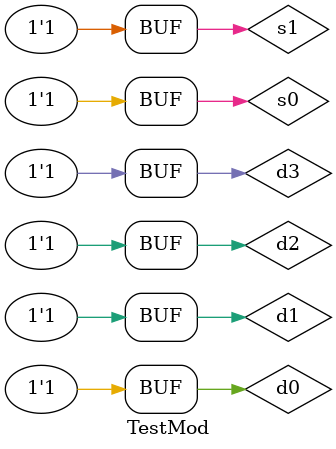
<source format=v>


module MuxMod(s1, s0, d0, d1, d2, d3, o);
	input s1, s0, d0, d1, d2, d3;
	output o;

	wire s1_inv, s0_inv, and0, and1, and2, and3;

	not(s1_inv, s1);
	not(s0_inv, s0);
	and(and0, s1_inv, s0_inv, d0);
	and(and1, s1_inv, s0, d1);
	and(and2, s1, s0_inv, d2);
	and(and3, s1, s0, d3);
	or(o, and0, and1, and2, and3);
endmodule

module TestMod;
	reg s1, s0, d0, d1, d2, d3;
	wire o;

	MuxMod my_mux(s1, s0, d0, d1, d2, d3, o);

//not sure how many cycles to run, maybe 64 according to readme.txt


	initial begin 
		$display("Time\ts1\ts0\td0\td1\td2\td3\to");
		$display("----------------------------------------------------------");
		$monitor("%0d\t%b\t%b\t%b\t%b\t%b\t%b\t%b", $time, s1, s0, d0, d1, d2 ,d3, o);
	end

	initial begin
		s1=0;s0=0;d0=0;d1=0;d2=0;d3=0;
		#1;
		s1=0;s0=0;d0=0;d1=0;d2=0;d3=1;
		#1;
		s1=0;s0=0;d0=0;d1=0;d2=1;d3=0;
		#1
		s1=0;s0=0;d0=0;d1=0;d2=1;d3=1;
		#1; 	
		s1=0;s0=0;d0=0;d1=1;d2=0;d3=0;
		#1; 	
		s1=0;s0=0;d0=0;d1=1;d2=0;d3=1;
		#1; 	
		s1=0;s0=0;d0=0;d1=1;d2=1;d3=0;
		#1; 	
		s1=0;s0=0;d0=0;d1=1;d2=1;d3=1;
		#1; 	
		s1=0;s0=0;d0=1;d1=0;d2=0;d3=0;
		#1; 	
		s1=0;s0=0;d0=1;d1=0;d2=0;d3=1;
		#1; 	
		s1=0;s0=0;d0=1;d1=0;d2=1;d3=0;
		#1; 	
		s1=0;s0=0;d0=1;d1=0;d2=1;d3=1;
		#1; 	
		s1=0;s0=0;d0=1;d1=1;d2=0;d3=0;
		#1; 	
		s1=0;s0=0;d0=1;d1=1;d2=0;d3=1;
		#1; 							
		s1=0;s0=0;d0=1;d1=1;d2=1;d3=0;
		#1; 
		s1=0;s0=0;d0=1;d1=1;d2=1;d3=1; 
		#1;
//first iteration end
		s1=0;s0=1;d0=0;d1=0;d2=0;d3=0;
		#1; 
		s1=0;s0=1;d0=0;d1=0;d2=0;d3=1;
		#1;
		s1=0;s0=1;d0=0;d1=0;d2=1;d3=0;
		#1
		s1=0;s0=1;d0=0;d1=0;d2=1;d3=1;
		#1; 	
		s1=0;s0=1;d0=0;d1=1;d2=0;d3=0;
		#1; 	
		s1=0;s0=1;d0=0;d1=1;d2=0;d3=1;
		#1; 	
		s1=0;s0=1;d0=0;d1=1;d2=1;d3=0;
		#1; 	
		s1=0;s0=1;d0=0;d1=1;d2=1;d3=1;
		#1; 	
		s1=0;s0=1;d0=1;d1=0;d2=0;d3=0;
		#1; 	
		s1=0;s0=1;d0=1;d1=0;d2=0;d3=1;
		#1; 	
		s1=0;s0=1;d0=1;d1=0;d2=1;d3=0;
		#1; 	
		s1=0;s0=1;d0=1;d1=0;d2=1;d3=1;
		#1; 	
		s1=0;s0=1;d0=1;d1=1;d2=0;d3=0;
		#1; 	
		s1=0;s0=1;d0=1;d1=1;d2=0;d3=1;
		#1; 							
		s1=0;s0=1;d0=1;d1=1;d2=1;d3=0;
		#1; 
		s1=0;s0=1;d0=1;d1=1;d2=1;d3=1; 
		#1; 
//second iteration end
		s1=1;s0=0;d0=0;d1=0;d2=0;d3=0;
		#1; 
		s1=1;s0=0;d0=0;d1=0;d2=0;d3=1;
		#1;
		s1=1;s0=0;d0=0;d1=0;d2=1;d3=0;
		#1
		s1=1;s0=0;d0=0;d1=0;d2=1;d3=1;
		#1; 	
		s1=1;s0=0;d0=0;d1=1;d2=0;d3=0;
		#1; 	
		s1=1;s0=0;d0=0;d1=1;d2=0;d3=1;
		#1; 	
		s1=1;s0=0;d0=0;d1=1;d2=1;d3=0;
		#1; 	
		s1=1;s0=0;d0=0;d1=1;d2=1;d3=1;
		#1; 	
		s1=1;s0=0;d0=1;d1=0;d2=0;d3=0;
		#1; 	
		s1=1;s0=0;d0=1;d1=0;d2=0;d3=1;
		#1; 	
		s1=1;s0=0;d0=1;d1=0;d2=1;d3=0;
		#1; 	
		s1=1;s0=0;d0=1;d1=0;d2=1;d3=1;
		#1; 	
		s1=1;s0=0;d0=1;d1=1;d2=0;d3=0;
		#1; 	
		s1=1;s0=0;d0=1;d1=1;d2=0;d3=1;
		#1; 							
		s1=1;s0=0;d0=1;d1=1;d2=1;d3=0;
		#1; 
		s1=1;s0=0;d0=1;d1=1;d2=1;d3=1; 
		#1; 
//third iteration end
		s1=1;s0=1;d0=0;d1=0;d2=0;d3=0;
		#1; 
		s1=1;s0=1;d0=0;d1=0;d2=0;d3=1;
		#1;
		s1=1;s0=1;d0=0;d1=0;d2=1;d3=0;
		#1
		s1=1;s0=1;d0=0;d1=0;d2=1;d3=1;
		#1;	
		s1=1;s0=1;d0=0;d1=1;d2=0;d3=0;
		#1; 	
		s1=1;s0=1;d0=0;d1=1;d2=0;d3=1;
		#1; 	
		s1=1;s0=1;d0=0;d1=1;d2=1;d3=0;
		#1; 	
		s1=1;s0=1;d0=0;d1=1;d2=1;d3=1;
		#1; 	
		s1=1;s0=1;d0=1;d1=0;d2=0;d3=0;
		#1; 	
		s1=1;s0=1;d0=1;d1=0;d2=0;d3=1;
		#1; 	
		s1=1;s0=1;d0=1;d1=0;d2=1;d3=0;
		#1; 	
		s1=1;s0=1;d0=1;d1=0;d2=1;d3=1;
		#1; 	
		s1=1;s0=1;d0=1;d1=1;d2=0;d3=0;
		#1; 	
		s1=1;s0=1;d0=1;d1=1;d2=0;d3=1;
		#1; 							
		s1=1;s0=1;d0=1;d1=1;d2=1;d3=0;
		#1; 
		s1=1;s0=1;d0=1;d1=1;d2=1;d3=1; 
		#1; 
//fourth iteration end
	end
endmodule

</source>
